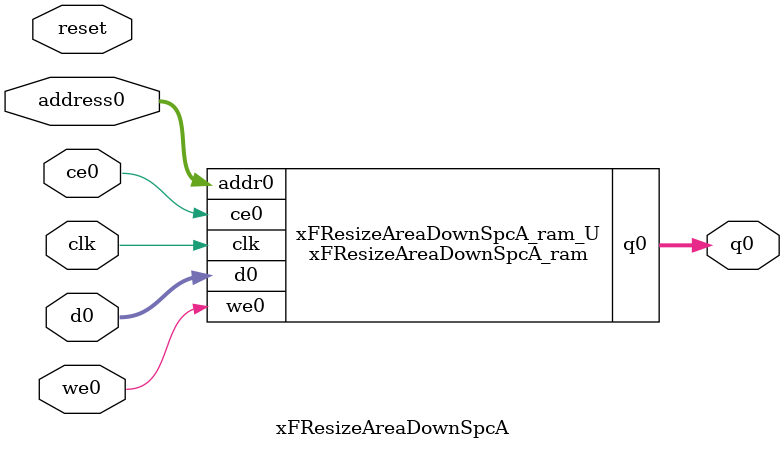
<source format=v>

`timescale 1 ns / 1 ps
module xFResizeAreaDownSpcA_ram (addr0, ce0, d0, we0, q0,  clk);

parameter DWIDTH = 16;
parameter AWIDTH = 11;
parameter MEM_SIZE = 1280;

input[AWIDTH-1:0] addr0;
input ce0;
input[DWIDTH-1:0] d0;
input we0;
output reg[DWIDTH-1:0] q0;
input clk;

(* ram_style = "block" *)reg [DWIDTH-1:0] ram[0:MEM_SIZE-1];




always @(posedge clk)  
begin 
    if (ce0) 
    begin
        if (we0) 
        begin 
            ram[addr0] <= d0; 
            q0 <= d0;
        end 
        else 
            q0 <= ram[addr0];
    end
end


endmodule


`timescale 1 ns / 1 ps
module xFResizeAreaDownSpcA(
    reset,
    clk,
    address0,
    ce0,
    we0,
    d0,
    q0);

parameter DataWidth = 32'd16;
parameter AddressRange = 32'd1280;
parameter AddressWidth = 32'd11;
input reset;
input clk;
input[AddressWidth - 1:0] address0;
input ce0;
input we0;
input[DataWidth - 1:0] d0;
output[DataWidth - 1:0] q0;



xFResizeAreaDownSpcA_ram xFResizeAreaDownSpcA_ram_U(
    .clk( clk ),
    .addr0( address0 ),
    .ce0( ce0 ),
    .we0( we0 ),
    .d0( d0 ),
    .q0( q0 ));

endmodule


</source>
